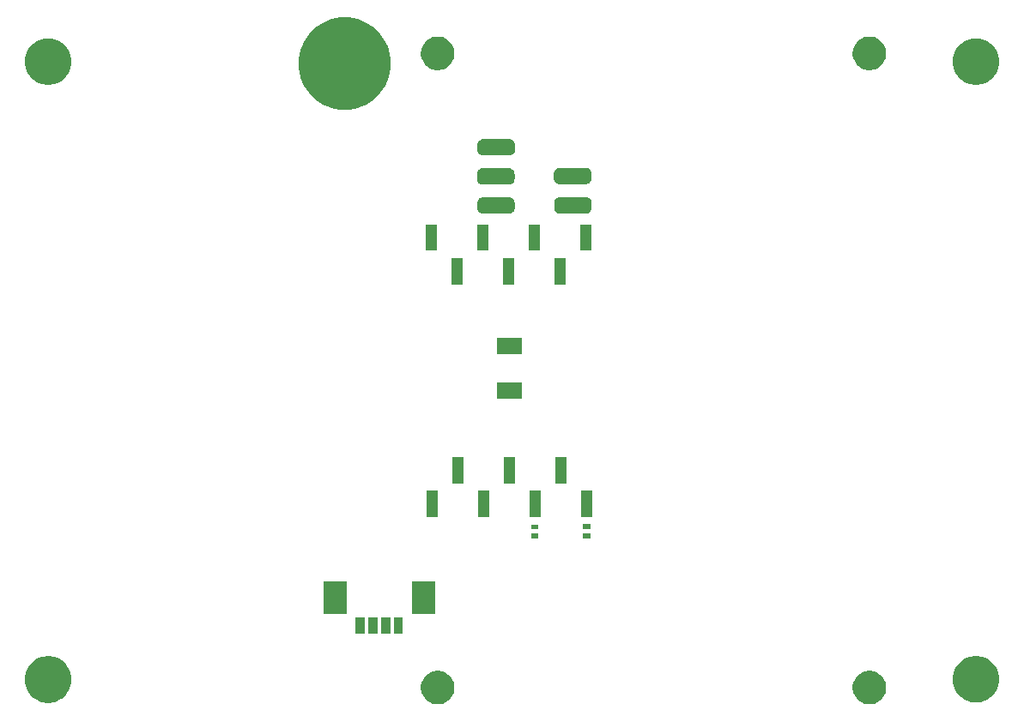
<source format=gbr>
G04 #@! TF.GenerationSoftware,KiCad,Pcbnew,(5.1.2)-2*
G04 #@! TF.CreationDate,2022-01-19T07:22:50-03:00*
G04 #@! TF.ProjectId,MAG_Plus,4d41475f-506c-4757-932e-6b696361645f,rev?*
G04 #@! TF.SameCoordinates,Original*
G04 #@! TF.FileFunction,Soldermask,Bot*
G04 #@! TF.FilePolarity,Negative*
%FSLAX46Y46*%
G04 Gerber Fmt 4.6, Leading zero omitted, Abs format (unit mm)*
G04 Created by KiCad (PCBNEW (5.1.2)-2) date 2022-01-19 07:22:50*
%MOMM*%
%LPD*%
G04 APERTURE LIST*
%ADD10C,0.100000*%
G04 APERTURE END LIST*
D10*
G36*
X96635256Y-83001298D02*
G01*
X96741579Y-83022447D01*
X96954037Y-83110450D01*
X97022536Y-83138823D01*
X97042042Y-83146903D01*
X97312451Y-83327585D01*
X97542415Y-83557549D01*
X97723097Y-83827958D01*
X97723098Y-83827960D01*
X97847553Y-84128422D01*
X97911000Y-84447389D01*
X97911000Y-84772611D01*
X97887663Y-84889932D01*
X97847553Y-85091579D01*
X97723097Y-85392042D01*
X97542415Y-85662451D01*
X97312451Y-85892415D01*
X97042042Y-86073097D01*
X96741579Y-86197553D01*
X96635256Y-86218702D01*
X96422611Y-86261000D01*
X96097389Y-86261000D01*
X95884744Y-86218702D01*
X95778421Y-86197553D01*
X95477958Y-86073097D01*
X95207549Y-85892415D01*
X94977585Y-85662451D01*
X94796903Y-85392042D01*
X94672447Y-85091579D01*
X94632337Y-84889932D01*
X94609000Y-84772611D01*
X94609000Y-84447389D01*
X94672447Y-84128422D01*
X94796902Y-83827960D01*
X94796903Y-83827958D01*
X94977585Y-83557549D01*
X95207549Y-83327585D01*
X95477958Y-83146903D01*
X95497465Y-83138823D01*
X95565963Y-83110450D01*
X95778421Y-83022447D01*
X95884744Y-83001298D01*
X96097389Y-82959000D01*
X96422611Y-82959000D01*
X96635256Y-83001298D01*
X96635256Y-83001298D01*
G37*
G36*
X54045256Y-83001298D02*
G01*
X54151579Y-83022447D01*
X54364037Y-83110450D01*
X54432536Y-83138823D01*
X54452042Y-83146903D01*
X54722451Y-83327585D01*
X54952415Y-83557549D01*
X55133097Y-83827958D01*
X55133098Y-83827960D01*
X55257553Y-84128422D01*
X55321000Y-84447389D01*
X55321000Y-84772611D01*
X55297663Y-84889932D01*
X55257553Y-85091579D01*
X55133097Y-85392042D01*
X54952415Y-85662451D01*
X54722451Y-85892415D01*
X54452042Y-86073097D01*
X54151579Y-86197553D01*
X54045256Y-86218702D01*
X53832611Y-86261000D01*
X53507389Y-86261000D01*
X53294744Y-86218702D01*
X53188421Y-86197553D01*
X52887958Y-86073097D01*
X52617549Y-85892415D01*
X52387585Y-85662451D01*
X52206903Y-85392042D01*
X52082447Y-85091579D01*
X52042337Y-84889932D01*
X52019000Y-84772611D01*
X52019000Y-84447389D01*
X52082447Y-84128422D01*
X52206902Y-83827960D01*
X52206903Y-83827958D01*
X52387585Y-83557549D01*
X52617549Y-83327585D01*
X52887958Y-83146903D01*
X52907465Y-83138823D01*
X52975963Y-83110450D01*
X53188421Y-83022447D01*
X53294744Y-83001298D01*
X53507389Y-82959000D01*
X53832611Y-82959000D01*
X54045256Y-83001298D01*
X54045256Y-83001298D01*
G37*
G36*
X15708903Y-81553213D02*
G01*
X15931177Y-81597426D01*
X16349932Y-81770880D01*
X16726802Y-82022696D01*
X17047304Y-82343198D01*
X17299120Y-82720068D01*
X17468432Y-83128824D01*
X17472574Y-83138824D01*
X17561000Y-83583370D01*
X17561000Y-84036630D01*
X17542741Y-84128422D01*
X17472574Y-84481177D01*
X17299120Y-84899932D01*
X17047304Y-85276802D01*
X16726802Y-85597304D01*
X16349932Y-85849120D01*
X15931177Y-86022574D01*
X15708903Y-86066787D01*
X15486630Y-86111000D01*
X15033370Y-86111000D01*
X14811097Y-86066787D01*
X14588823Y-86022574D01*
X14170068Y-85849120D01*
X13793198Y-85597304D01*
X13472696Y-85276802D01*
X13220880Y-84899932D01*
X13047426Y-84481177D01*
X12977259Y-84128422D01*
X12959000Y-84036630D01*
X12959000Y-83583370D01*
X13047426Y-83138824D01*
X13051568Y-83128824D01*
X13220880Y-82720068D01*
X13472696Y-82343198D01*
X13793198Y-82022696D01*
X14170068Y-81770880D01*
X14588823Y-81597426D01*
X14811097Y-81553213D01*
X15033370Y-81509000D01*
X15486630Y-81509000D01*
X15708903Y-81553213D01*
X15708903Y-81553213D01*
G37*
G36*
X107208903Y-81543213D02*
G01*
X107431177Y-81587426D01*
X107849932Y-81760880D01*
X108226802Y-82012696D01*
X108547304Y-82333198D01*
X108799120Y-82710068D01*
X108972574Y-83128823D01*
X109061000Y-83573371D01*
X109061000Y-84026629D01*
X108972574Y-84471177D01*
X108799120Y-84889932D01*
X108547304Y-85266802D01*
X108226802Y-85587304D01*
X107849932Y-85839120D01*
X107431177Y-86012574D01*
X107208903Y-86056787D01*
X106986630Y-86101000D01*
X106533370Y-86101000D01*
X106311097Y-86056787D01*
X106088823Y-86012574D01*
X105670068Y-85839120D01*
X105293198Y-85587304D01*
X104972696Y-85266802D01*
X104720880Y-84889932D01*
X104547426Y-84471177D01*
X104459000Y-84026629D01*
X104459000Y-83573371D01*
X104547426Y-83128823D01*
X104720880Y-82710068D01*
X104972696Y-82333198D01*
X105293198Y-82012696D01*
X105670068Y-81760880D01*
X106088823Y-81587426D01*
X106311097Y-81543213D01*
X106533370Y-81499000D01*
X106986630Y-81499000D01*
X107208903Y-81543213D01*
X107208903Y-81543213D01*
G37*
G36*
X50236000Y-79276000D02*
G01*
X49334000Y-79276000D01*
X49334000Y-77674000D01*
X50236000Y-77674000D01*
X50236000Y-79276000D01*
X50236000Y-79276000D01*
G37*
G36*
X48986000Y-79276000D02*
G01*
X48084000Y-79276000D01*
X48084000Y-77674000D01*
X48986000Y-77674000D01*
X48986000Y-79276000D01*
X48986000Y-79276000D01*
G37*
G36*
X47736000Y-79276000D02*
G01*
X46834000Y-79276000D01*
X46834000Y-77674000D01*
X47736000Y-77674000D01*
X47736000Y-79276000D01*
X47736000Y-79276000D01*
G37*
G36*
X46486000Y-79276000D02*
G01*
X45584000Y-79276000D01*
X45584000Y-77674000D01*
X46486000Y-77674000D01*
X46486000Y-79276000D01*
X46486000Y-79276000D01*
G37*
G36*
X53436000Y-77326000D02*
G01*
X51134000Y-77326000D01*
X51134000Y-74124000D01*
X53436000Y-74124000D01*
X53436000Y-77326000D01*
X53436000Y-77326000D01*
G37*
G36*
X44686000Y-77326000D02*
G01*
X42384000Y-77326000D01*
X42384000Y-74124000D01*
X44686000Y-74124000D01*
X44686000Y-77326000D01*
X44686000Y-77326000D01*
G37*
G36*
X63601000Y-69901000D02*
G01*
X62899000Y-69901000D01*
X62899000Y-69399000D01*
X63601000Y-69399000D01*
X63601000Y-69901000D01*
X63601000Y-69901000D01*
G37*
G36*
X68721000Y-69891000D02*
G01*
X68019000Y-69891000D01*
X68019000Y-69389000D01*
X68721000Y-69389000D01*
X68721000Y-69891000D01*
X68721000Y-69891000D01*
G37*
G36*
X63601000Y-69001000D02*
G01*
X62899000Y-69001000D01*
X62899000Y-68499000D01*
X63601000Y-68499000D01*
X63601000Y-69001000D01*
X63601000Y-69001000D01*
G37*
G36*
X68721000Y-68991000D02*
G01*
X68019000Y-68991000D01*
X68019000Y-68489000D01*
X68721000Y-68489000D01*
X68721000Y-68991000D01*
X68721000Y-68991000D01*
G37*
G36*
X63811000Y-67771000D02*
G01*
X62709000Y-67771000D01*
X62709000Y-65159000D01*
X63811000Y-65159000D01*
X63811000Y-67771000D01*
X63811000Y-67771000D01*
G37*
G36*
X58731000Y-67771000D02*
G01*
X57629000Y-67771000D01*
X57629000Y-65159000D01*
X58731000Y-65159000D01*
X58731000Y-67771000D01*
X58731000Y-67771000D01*
G37*
G36*
X68891000Y-67771000D02*
G01*
X67789000Y-67771000D01*
X67789000Y-65159000D01*
X68891000Y-65159000D01*
X68891000Y-67771000D01*
X68891000Y-67771000D01*
G37*
G36*
X53651000Y-67771000D02*
G01*
X52549000Y-67771000D01*
X52549000Y-65159000D01*
X53651000Y-65159000D01*
X53651000Y-67771000D01*
X53651000Y-67771000D01*
G37*
G36*
X66351000Y-64461000D02*
G01*
X65249000Y-64461000D01*
X65249000Y-61849000D01*
X66351000Y-61849000D01*
X66351000Y-64461000D01*
X66351000Y-64461000D01*
G37*
G36*
X61271000Y-64461000D02*
G01*
X60169000Y-64461000D01*
X60169000Y-61849000D01*
X61271000Y-61849000D01*
X61271000Y-64461000D01*
X61271000Y-64461000D01*
G37*
G36*
X56191000Y-64461000D02*
G01*
X55089000Y-64461000D01*
X55089000Y-61849000D01*
X56191000Y-61849000D01*
X56191000Y-64461000D01*
X56191000Y-64461000D01*
G37*
G36*
X62021000Y-56056000D02*
G01*
X59519000Y-56056000D01*
X59519000Y-54504000D01*
X62021000Y-54504000D01*
X62021000Y-56056000D01*
X62021000Y-56056000D01*
G37*
G36*
X62021000Y-51656000D02*
G01*
X59519000Y-51656000D01*
X59519000Y-50104000D01*
X62021000Y-50104000D01*
X62021000Y-51656000D01*
X62021000Y-51656000D01*
G37*
G36*
X66311000Y-44791000D02*
G01*
X65209000Y-44791000D01*
X65209000Y-42179000D01*
X66311000Y-42179000D01*
X66311000Y-44791000D01*
X66311000Y-44791000D01*
G37*
G36*
X61231000Y-44791000D02*
G01*
X60129000Y-44791000D01*
X60129000Y-42179000D01*
X61231000Y-42179000D01*
X61231000Y-44791000D01*
X61231000Y-44791000D01*
G37*
G36*
X56151000Y-44791000D02*
G01*
X55049000Y-44791000D01*
X55049000Y-42179000D01*
X56151000Y-42179000D01*
X56151000Y-44791000D01*
X56151000Y-44791000D01*
G37*
G36*
X68851000Y-41481000D02*
G01*
X67749000Y-41481000D01*
X67749000Y-38869000D01*
X68851000Y-38869000D01*
X68851000Y-41481000D01*
X68851000Y-41481000D01*
G37*
G36*
X63771000Y-41481000D02*
G01*
X62669000Y-41481000D01*
X62669000Y-38869000D01*
X63771000Y-38869000D01*
X63771000Y-41481000D01*
X63771000Y-41481000D01*
G37*
G36*
X58691000Y-41481000D02*
G01*
X57589000Y-41481000D01*
X57589000Y-38869000D01*
X58691000Y-38869000D01*
X58691000Y-41481000D01*
X58691000Y-41481000D01*
G37*
G36*
X53611000Y-41481000D02*
G01*
X52509000Y-41481000D01*
X52509000Y-38869000D01*
X53611000Y-38869000D01*
X53611000Y-41481000D01*
X53611000Y-41481000D01*
G37*
G36*
X58689999Y-36199737D02*
G01*
X58704528Y-36204145D01*
X58717711Y-36209606D01*
X58741745Y-36214388D01*
X58766249Y-36214389D01*
X58790282Y-36209609D01*
X58812921Y-36200232D01*
X58814765Y-36199000D01*
X60046050Y-36199000D01*
X60058164Y-36205475D01*
X60081613Y-36212588D01*
X60105999Y-36214990D01*
X60130385Y-36212588D01*
X60153834Y-36205475D01*
X60158746Y-36203152D01*
X60170001Y-36199737D01*
X60186140Y-36198148D01*
X60723861Y-36198148D01*
X60742199Y-36199954D01*
X60754450Y-36200556D01*
X60772869Y-36200556D01*
X60795149Y-36202750D01*
X60879233Y-36219476D01*
X60900660Y-36225976D01*
X60979858Y-36258780D01*
X60985303Y-36261691D01*
X60985309Y-36261693D01*
X60994169Y-36266429D01*
X60994173Y-36266432D01*
X60999614Y-36269340D01*
X61070899Y-36316971D01*
X61088204Y-36331172D01*
X61148828Y-36391796D01*
X61163029Y-36409101D01*
X61210660Y-36480386D01*
X61213568Y-36485827D01*
X61213571Y-36485831D01*
X61218307Y-36494691D01*
X61218309Y-36494697D01*
X61221220Y-36500142D01*
X61254024Y-36579340D01*
X61260524Y-36600767D01*
X61277250Y-36684851D01*
X61279444Y-36707131D01*
X61279444Y-36725550D01*
X61280046Y-36737801D01*
X61281852Y-36756139D01*
X61281852Y-37243862D01*
X61280046Y-37262199D01*
X61279444Y-37274450D01*
X61279444Y-37292869D01*
X61277250Y-37315149D01*
X61260524Y-37399233D01*
X61254024Y-37420660D01*
X61221220Y-37499858D01*
X61218309Y-37505303D01*
X61218307Y-37505309D01*
X61213571Y-37514169D01*
X61213568Y-37514173D01*
X61210660Y-37519614D01*
X61163029Y-37590899D01*
X61148828Y-37608204D01*
X61088204Y-37668828D01*
X61070899Y-37683029D01*
X60999614Y-37730660D01*
X60994173Y-37733568D01*
X60994169Y-37733571D01*
X60985309Y-37738307D01*
X60985303Y-37738309D01*
X60979858Y-37741220D01*
X60900660Y-37774024D01*
X60879233Y-37780524D01*
X60795149Y-37797250D01*
X60772869Y-37799444D01*
X60754450Y-37799444D01*
X60742199Y-37800046D01*
X60723862Y-37801852D01*
X60186140Y-37801852D01*
X60170001Y-37800263D01*
X60155472Y-37795855D01*
X60142289Y-37790394D01*
X60118255Y-37785612D01*
X60093751Y-37785611D01*
X60069718Y-37790391D01*
X60047079Y-37799768D01*
X60045235Y-37801000D01*
X58813950Y-37801000D01*
X58801836Y-37794525D01*
X58778387Y-37787412D01*
X58754001Y-37785010D01*
X58729615Y-37787412D01*
X58706166Y-37794525D01*
X58701254Y-37796848D01*
X58689999Y-37800263D01*
X58673860Y-37801852D01*
X58136138Y-37801852D01*
X58117801Y-37800046D01*
X58105550Y-37799444D01*
X58087131Y-37799444D01*
X58064851Y-37797250D01*
X57980767Y-37780524D01*
X57959340Y-37774024D01*
X57880142Y-37741220D01*
X57874697Y-37738309D01*
X57874691Y-37738307D01*
X57865831Y-37733571D01*
X57865827Y-37733568D01*
X57860386Y-37730660D01*
X57789101Y-37683029D01*
X57771796Y-37668828D01*
X57711172Y-37608204D01*
X57696971Y-37590899D01*
X57649340Y-37519614D01*
X57646432Y-37514173D01*
X57646429Y-37514169D01*
X57641693Y-37505309D01*
X57641691Y-37505303D01*
X57638780Y-37499858D01*
X57605976Y-37420660D01*
X57599476Y-37399233D01*
X57582750Y-37315149D01*
X57580556Y-37292869D01*
X57580556Y-37274450D01*
X57579954Y-37262199D01*
X57578148Y-37243862D01*
X57578148Y-36756139D01*
X57579954Y-36737801D01*
X57580556Y-36725550D01*
X57580556Y-36707131D01*
X57582750Y-36684851D01*
X57599476Y-36600767D01*
X57605976Y-36579340D01*
X57638780Y-36500142D01*
X57641691Y-36494697D01*
X57641693Y-36494691D01*
X57646429Y-36485831D01*
X57646432Y-36485827D01*
X57649340Y-36480386D01*
X57696971Y-36409101D01*
X57711172Y-36391796D01*
X57771796Y-36331172D01*
X57789101Y-36316971D01*
X57860386Y-36269340D01*
X57865827Y-36266432D01*
X57865831Y-36266429D01*
X57874691Y-36261693D01*
X57874697Y-36261691D01*
X57880142Y-36258780D01*
X57959340Y-36225976D01*
X57980767Y-36219476D01*
X58064851Y-36202750D01*
X58087131Y-36200556D01*
X58105550Y-36200556D01*
X58117801Y-36199954D01*
X58136139Y-36198148D01*
X58673860Y-36198148D01*
X58689999Y-36199737D01*
X58689999Y-36199737D01*
G37*
G36*
X66269999Y-36189737D02*
G01*
X66284528Y-36194145D01*
X66297711Y-36199606D01*
X66321745Y-36204388D01*
X66346249Y-36204389D01*
X66370282Y-36199609D01*
X66392921Y-36190232D01*
X66394765Y-36189000D01*
X67626050Y-36189000D01*
X67638164Y-36195475D01*
X67661613Y-36202588D01*
X67685999Y-36204990D01*
X67710385Y-36202588D01*
X67733834Y-36195475D01*
X67738746Y-36193152D01*
X67750001Y-36189737D01*
X67766140Y-36188148D01*
X68303861Y-36188148D01*
X68322199Y-36189954D01*
X68334450Y-36190556D01*
X68352869Y-36190556D01*
X68375149Y-36192750D01*
X68459233Y-36209476D01*
X68480660Y-36215976D01*
X68559858Y-36248780D01*
X68565303Y-36251691D01*
X68565309Y-36251693D01*
X68574169Y-36256429D01*
X68574173Y-36256432D01*
X68579614Y-36259340D01*
X68650899Y-36306971D01*
X68668204Y-36321172D01*
X68728828Y-36381796D01*
X68743029Y-36399101D01*
X68790660Y-36470386D01*
X68793568Y-36475827D01*
X68793571Y-36475831D01*
X68798307Y-36484691D01*
X68798309Y-36484697D01*
X68801220Y-36490142D01*
X68834024Y-36569340D01*
X68840524Y-36590767D01*
X68857250Y-36674851D01*
X68859444Y-36697131D01*
X68859444Y-36715550D01*
X68860046Y-36727801D01*
X68861852Y-36746139D01*
X68861852Y-37233862D01*
X68860046Y-37252199D01*
X68859444Y-37264450D01*
X68859444Y-37282869D01*
X68857250Y-37305149D01*
X68840524Y-37389233D01*
X68834024Y-37410660D01*
X68801220Y-37489858D01*
X68798309Y-37495303D01*
X68798307Y-37495309D01*
X68793571Y-37504169D01*
X68793568Y-37504173D01*
X68790660Y-37509614D01*
X68743029Y-37580899D01*
X68728828Y-37598204D01*
X68668204Y-37658828D01*
X68650899Y-37673029D01*
X68579614Y-37720660D01*
X68574173Y-37723568D01*
X68574169Y-37723571D01*
X68565309Y-37728307D01*
X68565303Y-37728309D01*
X68559858Y-37731220D01*
X68480660Y-37764024D01*
X68459233Y-37770524D01*
X68375149Y-37787250D01*
X68352869Y-37789444D01*
X68334450Y-37789444D01*
X68322199Y-37790046D01*
X68303862Y-37791852D01*
X67766140Y-37791852D01*
X67750001Y-37790263D01*
X67735472Y-37785855D01*
X67722289Y-37780394D01*
X67698255Y-37775612D01*
X67673751Y-37775611D01*
X67649718Y-37780391D01*
X67627079Y-37789768D01*
X67625235Y-37791000D01*
X66393950Y-37791000D01*
X66381836Y-37784525D01*
X66358387Y-37777412D01*
X66334001Y-37775010D01*
X66309615Y-37777412D01*
X66286166Y-37784525D01*
X66281254Y-37786848D01*
X66269999Y-37790263D01*
X66253860Y-37791852D01*
X65716138Y-37791852D01*
X65697801Y-37790046D01*
X65685550Y-37789444D01*
X65667131Y-37789444D01*
X65644851Y-37787250D01*
X65560767Y-37770524D01*
X65539340Y-37764024D01*
X65460142Y-37731220D01*
X65454697Y-37728309D01*
X65454691Y-37728307D01*
X65445831Y-37723571D01*
X65445827Y-37723568D01*
X65440386Y-37720660D01*
X65369101Y-37673029D01*
X65351796Y-37658828D01*
X65291172Y-37598204D01*
X65276971Y-37580899D01*
X65229340Y-37509614D01*
X65226432Y-37504173D01*
X65226429Y-37504169D01*
X65221693Y-37495309D01*
X65221691Y-37495303D01*
X65218780Y-37489858D01*
X65185976Y-37410660D01*
X65179476Y-37389233D01*
X65162750Y-37305149D01*
X65160556Y-37282869D01*
X65160556Y-37264450D01*
X65159954Y-37252199D01*
X65158148Y-37233862D01*
X65158148Y-36746139D01*
X65159954Y-36727801D01*
X65160556Y-36715550D01*
X65160556Y-36697131D01*
X65162750Y-36674851D01*
X65179476Y-36590767D01*
X65185976Y-36569340D01*
X65218780Y-36490142D01*
X65221691Y-36484697D01*
X65221693Y-36484691D01*
X65226429Y-36475831D01*
X65226432Y-36475827D01*
X65229340Y-36470386D01*
X65276971Y-36399101D01*
X65291172Y-36381796D01*
X65351796Y-36321172D01*
X65369101Y-36306971D01*
X65440386Y-36259340D01*
X65445827Y-36256432D01*
X65445831Y-36256429D01*
X65454691Y-36251693D01*
X65454697Y-36251691D01*
X65460142Y-36248780D01*
X65539340Y-36215976D01*
X65560767Y-36209476D01*
X65644851Y-36192750D01*
X65667131Y-36190556D01*
X65685550Y-36190556D01*
X65697801Y-36189954D01*
X65716139Y-36188148D01*
X66253860Y-36188148D01*
X66269999Y-36189737D01*
X66269999Y-36189737D01*
G37*
G36*
X58669999Y-33329737D02*
G01*
X58684528Y-33334145D01*
X58697711Y-33339606D01*
X58721745Y-33344388D01*
X58746249Y-33344389D01*
X58770282Y-33339609D01*
X58792921Y-33330232D01*
X58794765Y-33329000D01*
X60026050Y-33329000D01*
X60038164Y-33335475D01*
X60061613Y-33342588D01*
X60085999Y-33344990D01*
X60110385Y-33342588D01*
X60133834Y-33335475D01*
X60138746Y-33333152D01*
X60150001Y-33329737D01*
X60166140Y-33328148D01*
X60703861Y-33328148D01*
X60722199Y-33329954D01*
X60734450Y-33330556D01*
X60752869Y-33330556D01*
X60775149Y-33332750D01*
X60859233Y-33349476D01*
X60880660Y-33355976D01*
X60959858Y-33388780D01*
X60965303Y-33391691D01*
X60965309Y-33391693D01*
X60974169Y-33396429D01*
X60974173Y-33396432D01*
X60979614Y-33399340D01*
X61050899Y-33446971D01*
X61068204Y-33461172D01*
X61128828Y-33521796D01*
X61143029Y-33539101D01*
X61190660Y-33610386D01*
X61193568Y-33615827D01*
X61193571Y-33615831D01*
X61198307Y-33624691D01*
X61198309Y-33624697D01*
X61201220Y-33630142D01*
X61234024Y-33709340D01*
X61240524Y-33730767D01*
X61257250Y-33814851D01*
X61259444Y-33837131D01*
X61259444Y-33855550D01*
X61260046Y-33867801D01*
X61261852Y-33886139D01*
X61261852Y-34373862D01*
X61260046Y-34392199D01*
X61259444Y-34404450D01*
X61259444Y-34422869D01*
X61257250Y-34445149D01*
X61240524Y-34529233D01*
X61234024Y-34550660D01*
X61201220Y-34629858D01*
X61198309Y-34635303D01*
X61198307Y-34635309D01*
X61193571Y-34644169D01*
X61193568Y-34644173D01*
X61190660Y-34649614D01*
X61143029Y-34720899D01*
X61128828Y-34738204D01*
X61068204Y-34798828D01*
X61050899Y-34813029D01*
X60979614Y-34860660D01*
X60974173Y-34863568D01*
X60974169Y-34863571D01*
X60965309Y-34868307D01*
X60965303Y-34868309D01*
X60959858Y-34871220D01*
X60880660Y-34904024D01*
X60859233Y-34910524D01*
X60775149Y-34927250D01*
X60752869Y-34929444D01*
X60734450Y-34929444D01*
X60722199Y-34930046D01*
X60703862Y-34931852D01*
X60166140Y-34931852D01*
X60150001Y-34930263D01*
X60135472Y-34925855D01*
X60122289Y-34920394D01*
X60098255Y-34915612D01*
X60073751Y-34915611D01*
X60049718Y-34920391D01*
X60027079Y-34929768D01*
X60025235Y-34931000D01*
X58793950Y-34931000D01*
X58781836Y-34924525D01*
X58758387Y-34917412D01*
X58734001Y-34915010D01*
X58709615Y-34917412D01*
X58686166Y-34924525D01*
X58681254Y-34926848D01*
X58669999Y-34930263D01*
X58653860Y-34931852D01*
X58116138Y-34931852D01*
X58097801Y-34930046D01*
X58085550Y-34929444D01*
X58067131Y-34929444D01*
X58044851Y-34927250D01*
X57960767Y-34910524D01*
X57939340Y-34904024D01*
X57860142Y-34871220D01*
X57854697Y-34868309D01*
X57854691Y-34868307D01*
X57845831Y-34863571D01*
X57845827Y-34863568D01*
X57840386Y-34860660D01*
X57769101Y-34813029D01*
X57751796Y-34798828D01*
X57691172Y-34738204D01*
X57676971Y-34720899D01*
X57629340Y-34649614D01*
X57626432Y-34644173D01*
X57626429Y-34644169D01*
X57621693Y-34635309D01*
X57621691Y-34635303D01*
X57618780Y-34629858D01*
X57585976Y-34550660D01*
X57579476Y-34529233D01*
X57562750Y-34445149D01*
X57560556Y-34422869D01*
X57560556Y-34404450D01*
X57559954Y-34392199D01*
X57558148Y-34373862D01*
X57558148Y-33886139D01*
X57559954Y-33867801D01*
X57560556Y-33855550D01*
X57560556Y-33837131D01*
X57562750Y-33814851D01*
X57579476Y-33730767D01*
X57585976Y-33709340D01*
X57618780Y-33630142D01*
X57621691Y-33624697D01*
X57621693Y-33624691D01*
X57626429Y-33615831D01*
X57626432Y-33615827D01*
X57629340Y-33610386D01*
X57676971Y-33539101D01*
X57691172Y-33521796D01*
X57751796Y-33461172D01*
X57769101Y-33446971D01*
X57840386Y-33399340D01*
X57845827Y-33396432D01*
X57845831Y-33396429D01*
X57854691Y-33391693D01*
X57854697Y-33391691D01*
X57860142Y-33388780D01*
X57939340Y-33355976D01*
X57960767Y-33349476D01*
X58044851Y-33332750D01*
X58067131Y-33330556D01*
X58085550Y-33330556D01*
X58097801Y-33329954D01*
X58116139Y-33328148D01*
X58653860Y-33328148D01*
X58669999Y-33329737D01*
X58669999Y-33329737D01*
G37*
G36*
X66249999Y-33289737D02*
G01*
X66264528Y-33294145D01*
X66277711Y-33299606D01*
X66301745Y-33304388D01*
X66326249Y-33304389D01*
X66350282Y-33299609D01*
X66372921Y-33290232D01*
X66374765Y-33289000D01*
X67606050Y-33289000D01*
X67618164Y-33295475D01*
X67641613Y-33302588D01*
X67665999Y-33304990D01*
X67690385Y-33302588D01*
X67713834Y-33295475D01*
X67718746Y-33293152D01*
X67730001Y-33289737D01*
X67746140Y-33288148D01*
X68283861Y-33288148D01*
X68302199Y-33289954D01*
X68314450Y-33290556D01*
X68332869Y-33290556D01*
X68355149Y-33292750D01*
X68439233Y-33309476D01*
X68460660Y-33315976D01*
X68539858Y-33348780D01*
X68545303Y-33351691D01*
X68545309Y-33351693D01*
X68554169Y-33356429D01*
X68554173Y-33356432D01*
X68559614Y-33359340D01*
X68630899Y-33406971D01*
X68648204Y-33421172D01*
X68708828Y-33481796D01*
X68723029Y-33499101D01*
X68770660Y-33570386D01*
X68773568Y-33575827D01*
X68773571Y-33575831D01*
X68778307Y-33584691D01*
X68778309Y-33584697D01*
X68781220Y-33590142D01*
X68814024Y-33669340D01*
X68820524Y-33690767D01*
X68837250Y-33774851D01*
X68839444Y-33797131D01*
X68839444Y-33815550D01*
X68840046Y-33827801D01*
X68841852Y-33846139D01*
X68841852Y-34333862D01*
X68840046Y-34352199D01*
X68839444Y-34364450D01*
X68839444Y-34382869D01*
X68837250Y-34405149D01*
X68820524Y-34489233D01*
X68814024Y-34510660D01*
X68781220Y-34589858D01*
X68778309Y-34595303D01*
X68778307Y-34595309D01*
X68773571Y-34604169D01*
X68773568Y-34604173D01*
X68770660Y-34609614D01*
X68723029Y-34680899D01*
X68708828Y-34698204D01*
X68648204Y-34758828D01*
X68630899Y-34773029D01*
X68559614Y-34820660D01*
X68554173Y-34823568D01*
X68554169Y-34823571D01*
X68545309Y-34828307D01*
X68545303Y-34828309D01*
X68539858Y-34831220D01*
X68460660Y-34864024D01*
X68439233Y-34870524D01*
X68355149Y-34887250D01*
X68332869Y-34889444D01*
X68314450Y-34889444D01*
X68302199Y-34890046D01*
X68283862Y-34891852D01*
X67746140Y-34891852D01*
X67730001Y-34890263D01*
X67715472Y-34885855D01*
X67702289Y-34880394D01*
X67678255Y-34875612D01*
X67653751Y-34875611D01*
X67629718Y-34880391D01*
X67607079Y-34889768D01*
X67605235Y-34891000D01*
X66373950Y-34891000D01*
X66361836Y-34884525D01*
X66338387Y-34877412D01*
X66314001Y-34875010D01*
X66289615Y-34877412D01*
X66266166Y-34884525D01*
X66261254Y-34886848D01*
X66249999Y-34890263D01*
X66233860Y-34891852D01*
X65696138Y-34891852D01*
X65677801Y-34890046D01*
X65665550Y-34889444D01*
X65647131Y-34889444D01*
X65624851Y-34887250D01*
X65540767Y-34870524D01*
X65519340Y-34864024D01*
X65440142Y-34831220D01*
X65434697Y-34828309D01*
X65434691Y-34828307D01*
X65425831Y-34823571D01*
X65425827Y-34823568D01*
X65420386Y-34820660D01*
X65349101Y-34773029D01*
X65331796Y-34758828D01*
X65271172Y-34698204D01*
X65256971Y-34680899D01*
X65209340Y-34609614D01*
X65206432Y-34604173D01*
X65206429Y-34604169D01*
X65201693Y-34595309D01*
X65201691Y-34595303D01*
X65198780Y-34589858D01*
X65165976Y-34510660D01*
X65159476Y-34489233D01*
X65142750Y-34405149D01*
X65140556Y-34382869D01*
X65140556Y-34364450D01*
X65139954Y-34352199D01*
X65138148Y-34333862D01*
X65138148Y-33846139D01*
X65139954Y-33827801D01*
X65140556Y-33815550D01*
X65140556Y-33797131D01*
X65142750Y-33774851D01*
X65159476Y-33690767D01*
X65165976Y-33669340D01*
X65198780Y-33590142D01*
X65201691Y-33584697D01*
X65201693Y-33584691D01*
X65206429Y-33575831D01*
X65206432Y-33575827D01*
X65209340Y-33570386D01*
X65256971Y-33499101D01*
X65271172Y-33481796D01*
X65331796Y-33421172D01*
X65349101Y-33406971D01*
X65420386Y-33359340D01*
X65425827Y-33356432D01*
X65425831Y-33356429D01*
X65434691Y-33351693D01*
X65434697Y-33351691D01*
X65440142Y-33348780D01*
X65519340Y-33315976D01*
X65540767Y-33309476D01*
X65624851Y-33292750D01*
X65647131Y-33290556D01*
X65665550Y-33290556D01*
X65677801Y-33289954D01*
X65696139Y-33288148D01*
X66233860Y-33288148D01*
X66249999Y-33289737D01*
X66249999Y-33289737D01*
G37*
G36*
X58709999Y-30449737D02*
G01*
X58724528Y-30454145D01*
X58737711Y-30459606D01*
X58761745Y-30464388D01*
X58786249Y-30464389D01*
X58810282Y-30459609D01*
X58832921Y-30450232D01*
X58834765Y-30449000D01*
X60066050Y-30449000D01*
X60078164Y-30455475D01*
X60101613Y-30462588D01*
X60125999Y-30464990D01*
X60150385Y-30462588D01*
X60173834Y-30455475D01*
X60178746Y-30453152D01*
X60190001Y-30449737D01*
X60206140Y-30448148D01*
X60743861Y-30448148D01*
X60762199Y-30449954D01*
X60774450Y-30450556D01*
X60792869Y-30450556D01*
X60815149Y-30452750D01*
X60899233Y-30469476D01*
X60920660Y-30475976D01*
X60999858Y-30508780D01*
X61005303Y-30511691D01*
X61005309Y-30511693D01*
X61014169Y-30516429D01*
X61014173Y-30516432D01*
X61019614Y-30519340D01*
X61090899Y-30566971D01*
X61108204Y-30581172D01*
X61168828Y-30641796D01*
X61183029Y-30659101D01*
X61230660Y-30730386D01*
X61233568Y-30735827D01*
X61233571Y-30735831D01*
X61238307Y-30744691D01*
X61238309Y-30744697D01*
X61241220Y-30750142D01*
X61274024Y-30829340D01*
X61280524Y-30850767D01*
X61297250Y-30934851D01*
X61299444Y-30957131D01*
X61299444Y-30975550D01*
X61300046Y-30987801D01*
X61301852Y-31006139D01*
X61301852Y-31493862D01*
X61300046Y-31512199D01*
X61299444Y-31524450D01*
X61299444Y-31542869D01*
X61297250Y-31565149D01*
X61280524Y-31649233D01*
X61274024Y-31670660D01*
X61241220Y-31749858D01*
X61238309Y-31755303D01*
X61238307Y-31755309D01*
X61233571Y-31764169D01*
X61233568Y-31764173D01*
X61230660Y-31769614D01*
X61183029Y-31840899D01*
X61168828Y-31858204D01*
X61108204Y-31918828D01*
X61090899Y-31933029D01*
X61019614Y-31980660D01*
X61014173Y-31983568D01*
X61014169Y-31983571D01*
X61005309Y-31988307D01*
X61005303Y-31988309D01*
X60999858Y-31991220D01*
X60920660Y-32024024D01*
X60899233Y-32030524D01*
X60815149Y-32047250D01*
X60792869Y-32049444D01*
X60774450Y-32049444D01*
X60762199Y-32050046D01*
X60743862Y-32051852D01*
X60206140Y-32051852D01*
X60190001Y-32050263D01*
X60175472Y-32045855D01*
X60162289Y-32040394D01*
X60138255Y-32035612D01*
X60113751Y-32035611D01*
X60089718Y-32040391D01*
X60067079Y-32049768D01*
X60065235Y-32051000D01*
X58833950Y-32051000D01*
X58821836Y-32044525D01*
X58798387Y-32037412D01*
X58774001Y-32035010D01*
X58749615Y-32037412D01*
X58726166Y-32044525D01*
X58721254Y-32046848D01*
X58709999Y-32050263D01*
X58693860Y-32051852D01*
X58156138Y-32051852D01*
X58137801Y-32050046D01*
X58125550Y-32049444D01*
X58107131Y-32049444D01*
X58084851Y-32047250D01*
X58000767Y-32030524D01*
X57979340Y-32024024D01*
X57900142Y-31991220D01*
X57894697Y-31988309D01*
X57894691Y-31988307D01*
X57885831Y-31983571D01*
X57885827Y-31983568D01*
X57880386Y-31980660D01*
X57809101Y-31933029D01*
X57791796Y-31918828D01*
X57731172Y-31858204D01*
X57716971Y-31840899D01*
X57669340Y-31769614D01*
X57666432Y-31764173D01*
X57666429Y-31764169D01*
X57661693Y-31755309D01*
X57661691Y-31755303D01*
X57658780Y-31749858D01*
X57625976Y-31670660D01*
X57619476Y-31649233D01*
X57602750Y-31565149D01*
X57600556Y-31542869D01*
X57600556Y-31524450D01*
X57599954Y-31512199D01*
X57598148Y-31493862D01*
X57598148Y-31006139D01*
X57599954Y-30987801D01*
X57600556Y-30975550D01*
X57600556Y-30957131D01*
X57602750Y-30934851D01*
X57619476Y-30850767D01*
X57625976Y-30829340D01*
X57658780Y-30750142D01*
X57661691Y-30744697D01*
X57661693Y-30744691D01*
X57666429Y-30735831D01*
X57666432Y-30735827D01*
X57669340Y-30730386D01*
X57716971Y-30659101D01*
X57731172Y-30641796D01*
X57791796Y-30581172D01*
X57809101Y-30566971D01*
X57880386Y-30519340D01*
X57885827Y-30516432D01*
X57885831Y-30516429D01*
X57894691Y-30511693D01*
X57894697Y-30511691D01*
X57900142Y-30508780D01*
X57979340Y-30475976D01*
X58000767Y-30469476D01*
X58084851Y-30452750D01*
X58107131Y-30450556D01*
X58125550Y-30450556D01*
X58137801Y-30449954D01*
X58156139Y-30448148D01*
X58693860Y-30448148D01*
X58709999Y-30449737D01*
X58709999Y-30449737D01*
G37*
G36*
X45827477Y-18623892D02*
G01*
X46170541Y-18765994D01*
X46655707Y-18966956D01*
X47401093Y-19465008D01*
X48034992Y-20098907D01*
X48533044Y-20844293D01*
X48734006Y-21329459D01*
X48876108Y-21672523D01*
X49051000Y-22551764D01*
X49051000Y-23448236D01*
X48876108Y-24327477D01*
X48768484Y-24587303D01*
X48533044Y-25155707D01*
X48034992Y-25901093D01*
X47401093Y-26534992D01*
X46655707Y-27033044D01*
X46170541Y-27234006D01*
X45827477Y-27376108D01*
X44948236Y-27551000D01*
X44051764Y-27551000D01*
X43172523Y-27376108D01*
X42829459Y-27234006D01*
X42344293Y-27033044D01*
X41598907Y-26534992D01*
X40965008Y-25901093D01*
X40466956Y-25155707D01*
X40231516Y-24587303D01*
X40123892Y-24327477D01*
X39949000Y-23448236D01*
X39949000Y-22551764D01*
X40123892Y-21672523D01*
X40265994Y-21329459D01*
X40466956Y-20844293D01*
X40965008Y-20098907D01*
X41598907Y-19465008D01*
X42344293Y-18966956D01*
X42829459Y-18765994D01*
X43172523Y-18623892D01*
X44051764Y-18449000D01*
X44948236Y-18449000D01*
X45827477Y-18623892D01*
X45827477Y-18623892D01*
G37*
G36*
X15626902Y-20526902D02*
G01*
X15931177Y-20587426D01*
X16349932Y-20760880D01*
X16726802Y-21012696D01*
X17047304Y-21333198D01*
X17299120Y-21710068D01*
X17472574Y-22128823D01*
X17561000Y-22573371D01*
X17561000Y-23026629D01*
X17472574Y-23471177D01*
X17299120Y-23889932D01*
X17047304Y-24266802D01*
X16726802Y-24587304D01*
X16349932Y-24839120D01*
X15931177Y-25012574D01*
X15708903Y-25056787D01*
X15486630Y-25101000D01*
X15033370Y-25101000D01*
X14811097Y-25056787D01*
X14588823Y-25012574D01*
X14170068Y-24839120D01*
X13793198Y-24587304D01*
X13472696Y-24266802D01*
X13220880Y-23889932D01*
X13047426Y-23471177D01*
X12959000Y-23026629D01*
X12959000Y-22573371D01*
X13047426Y-22128823D01*
X13220880Y-21710068D01*
X13472696Y-21333198D01*
X13793198Y-21012696D01*
X14170068Y-20760880D01*
X14588823Y-20587426D01*
X14893098Y-20526902D01*
X15033370Y-20499000D01*
X15486630Y-20499000D01*
X15626902Y-20526902D01*
X15626902Y-20526902D01*
G37*
G36*
X107126902Y-20526902D02*
G01*
X107431177Y-20587426D01*
X107849932Y-20760880D01*
X108226802Y-21012696D01*
X108547304Y-21333198D01*
X108799120Y-21710068D01*
X108972574Y-22128823D01*
X109061000Y-22573371D01*
X109061000Y-23026629D01*
X108972574Y-23471177D01*
X108799120Y-23889932D01*
X108547304Y-24266802D01*
X108226802Y-24587304D01*
X107849932Y-24839120D01*
X107431177Y-25012574D01*
X107208903Y-25056787D01*
X106986630Y-25101000D01*
X106533370Y-25101000D01*
X106311097Y-25056787D01*
X106088823Y-25012574D01*
X105670068Y-24839120D01*
X105293198Y-24587304D01*
X104972696Y-24266802D01*
X104720880Y-23889932D01*
X104547426Y-23471177D01*
X104459000Y-23026629D01*
X104459000Y-22573371D01*
X104547426Y-22128823D01*
X104720880Y-21710068D01*
X104972696Y-21333198D01*
X105293198Y-21012696D01*
X105670068Y-20760880D01*
X106088823Y-20587426D01*
X106393098Y-20526902D01*
X106533370Y-20499000D01*
X106986630Y-20499000D01*
X107126902Y-20526902D01*
X107126902Y-20526902D01*
G37*
G36*
X54045256Y-20381298D02*
G01*
X54151579Y-20402447D01*
X54452042Y-20526903D01*
X54722451Y-20707585D01*
X54952415Y-20937549D01*
X55002627Y-21012697D01*
X55133098Y-21207960D01*
X55257553Y-21508422D01*
X55297664Y-21710070D01*
X55321000Y-21827391D01*
X55321000Y-22152609D01*
X55257553Y-22471579D01*
X55133097Y-22772042D01*
X54952415Y-23042451D01*
X54722451Y-23272415D01*
X54452042Y-23453097D01*
X54452041Y-23453098D01*
X54452040Y-23453098D01*
X54408393Y-23471177D01*
X54151579Y-23577553D01*
X54045256Y-23598702D01*
X53832611Y-23641000D01*
X53507389Y-23641000D01*
X53294744Y-23598702D01*
X53188421Y-23577553D01*
X52931607Y-23471177D01*
X52887960Y-23453098D01*
X52887959Y-23453098D01*
X52887958Y-23453097D01*
X52617549Y-23272415D01*
X52387585Y-23042451D01*
X52206903Y-22772042D01*
X52082447Y-22471579D01*
X52019000Y-22152609D01*
X52019000Y-21827391D01*
X52042337Y-21710070D01*
X52082447Y-21508422D01*
X52206902Y-21207960D01*
X52337373Y-21012697D01*
X52387585Y-20937549D01*
X52617549Y-20707585D01*
X52887958Y-20526903D01*
X53188421Y-20402447D01*
X53294744Y-20381298D01*
X53507389Y-20339000D01*
X53832611Y-20339000D01*
X54045256Y-20381298D01*
X54045256Y-20381298D01*
G37*
G36*
X96635256Y-20381298D02*
G01*
X96741579Y-20402447D01*
X97042042Y-20526903D01*
X97312451Y-20707585D01*
X97542415Y-20937549D01*
X97592627Y-21012697D01*
X97723098Y-21207960D01*
X97847553Y-21508422D01*
X97887664Y-21710070D01*
X97911000Y-21827391D01*
X97911000Y-22152609D01*
X97847553Y-22471579D01*
X97723097Y-22772042D01*
X97542415Y-23042451D01*
X97312451Y-23272415D01*
X97042042Y-23453097D01*
X97042041Y-23453098D01*
X97042040Y-23453098D01*
X96998393Y-23471177D01*
X96741579Y-23577553D01*
X96635256Y-23598702D01*
X96422611Y-23641000D01*
X96097389Y-23641000D01*
X95884744Y-23598702D01*
X95778421Y-23577553D01*
X95521607Y-23471177D01*
X95477960Y-23453098D01*
X95477959Y-23453098D01*
X95477958Y-23453097D01*
X95207549Y-23272415D01*
X94977585Y-23042451D01*
X94796903Y-22772042D01*
X94672447Y-22471579D01*
X94609000Y-22152609D01*
X94609000Y-21827391D01*
X94632337Y-21710070D01*
X94672447Y-21508422D01*
X94796902Y-21207960D01*
X94927373Y-21012697D01*
X94977585Y-20937549D01*
X95207549Y-20707585D01*
X95477958Y-20526903D01*
X95778421Y-20402447D01*
X95884744Y-20381298D01*
X96097389Y-20339000D01*
X96422611Y-20339000D01*
X96635256Y-20381298D01*
X96635256Y-20381298D01*
G37*
M02*

</source>
